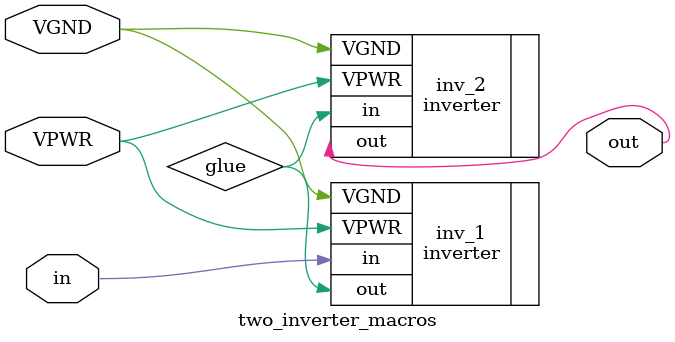
<source format=v>
module two_inverter_macros (VGND,
    VPWR,
    in,
    out);
 input VGND;
 input VPWR;
 input in;
 output out;

 wire glue;

 inverter inv_1 (.VGND(VGND),
    .VPWR(VPWR),
    .in(in),
    .out(glue));
 inverter inv_2 (.VGND(VGND),
    .VPWR(VPWR),
    .in(glue),
    .out(out));
endmodule

</source>
